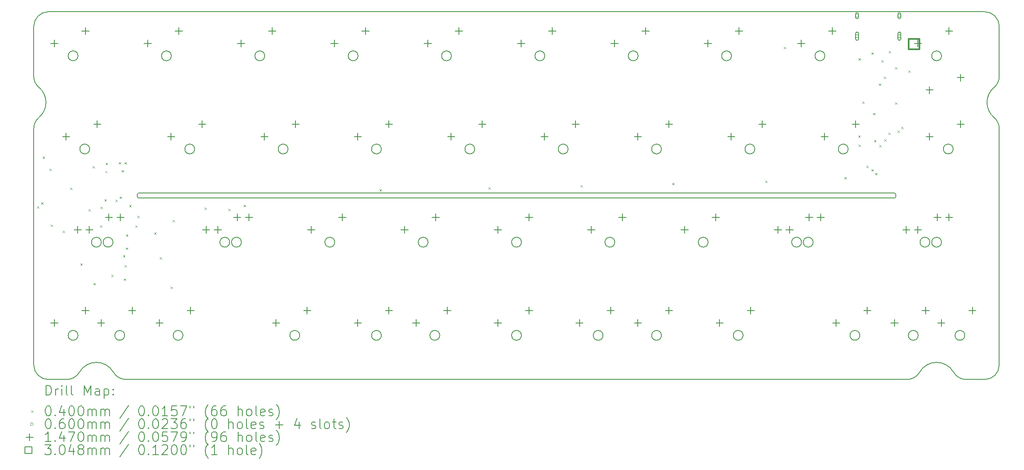
<source format=gbr>
%TF.GenerationSoftware,KiCad,Pcbnew,(6.0.11-0)*%
%TF.CreationDate,2023-07-30T15:38:39+09:00*%
%TF.ProjectId,Tiny Dimply Qazy,54696e79-2044-4696-9d70-6c792051617a,rev?*%
%TF.SameCoordinates,Original*%
%TF.FileFunction,Drillmap*%
%TF.FilePolarity,Positive*%
%FSLAX45Y45*%
G04 Gerber Fmt 4.5, Leading zero omitted, Abs format (unit mm)*
G04 Created by KiCad (PCBNEW (6.0.11-0)) date 2023-07-30 15:38:39*
%MOMM*%
%LPD*%
G01*
G04 APERTURE LIST*
%ADD10C,0.200000*%
%ADD11C,0.040000*%
%ADD12C,0.060000*%
%ADD13C,0.147000*%
%ADD14C,0.304800*%
G04 APERTURE END LIST*
D10*
X8116875Y-10319100D02*
G75*
G03*
X8116875Y-10319100I-100000J0D01*
G01*
X6260937Y-9316597D02*
G75*
G03*
X6230937Y-9346600I3J-30003D01*
G01*
X4418750Y-13126600D02*
X4791282Y-13126600D01*
X12403125Y-12224100D02*
G75*
G03*
X12403125Y-12224100I-100000J0D01*
G01*
X8355000Y-10319100D02*
G75*
G03*
X8355000Y-10319100I-100000J0D01*
G01*
X5743910Y-12976600D02*
G75*
G03*
X5051090Y-12976600I-346410J-200000D01*
G01*
X13117500Y-8414100D02*
G75*
G03*
X13117500Y-8414100I-100000J0D01*
G01*
X19785000Y-10319100D02*
G75*
G03*
X19785000Y-10319100I-100000J0D01*
G01*
X22888912Y-12976599D02*
G75*
G03*
X23148718Y-13126600I259808J149999D01*
G01*
X23821250Y-5906600D02*
G75*
G03*
X23521250Y-5606600I-300000J0D01*
G01*
X8831250Y-6509100D02*
G75*
G03*
X8831250Y-6509100I-100000J0D01*
G01*
X5021250Y-6509100D02*
G75*
G03*
X5021250Y-6509100I-100000J0D01*
G01*
X23148718Y-13126600D02*
X23521250Y-13126600D01*
X16927500Y-8414100D02*
G75*
G03*
X16927500Y-8414100I-100000J0D01*
G01*
X11212500Y-8414100D02*
G75*
G03*
X11212500Y-8414100I-100000J0D01*
G01*
X23521250Y-13126600D02*
G75*
G03*
X23821250Y-12826600I0J300000D01*
G01*
X4225893Y-7767994D02*
G75*
G03*
X4225893Y-7155206I-257143J306394D01*
G01*
X21709062Y-9386600D02*
X21709062Y-9346600D01*
X22642500Y-10319100D02*
G75*
G03*
X22642500Y-10319100I-100000J0D01*
G01*
X4118750Y-6925410D02*
G75*
G03*
X4225893Y-7155206I300000J0D01*
G01*
X22642500Y-6509100D02*
G75*
G03*
X22642500Y-6509100I-100000J0D01*
G01*
X16927500Y-12224100D02*
G75*
G03*
X16927500Y-12224100I-100000J0D01*
G01*
X4225893Y-7767994D02*
G75*
G03*
X4118750Y-7997790I192857J-229796D01*
G01*
X4118750Y-5906600D02*
X4118750Y-6925410D01*
X22166250Y-12224100D02*
G75*
G03*
X22166250Y-12224100I-100000J0D01*
G01*
X12641250Y-6509100D02*
G75*
G03*
X12641250Y-6509100I-100000J0D01*
G01*
X18832500Y-8414100D02*
G75*
G03*
X18832500Y-8414100I-100000J0D01*
G01*
X22404375Y-10319100D02*
G75*
G03*
X22404375Y-10319100I-100000J0D01*
G01*
X4791282Y-13126602D02*
G75*
G03*
X5051090Y-12976600I-2J300002D01*
G01*
X11212500Y-12224100D02*
G75*
G03*
X11212500Y-12224100I-100000J0D01*
G01*
X15736875Y-12224100D02*
G75*
G03*
X15736875Y-12224100I-100000J0D01*
G01*
X23821250Y-12826600D02*
X23821250Y-7997790D01*
X22888910Y-12976600D02*
G75*
G03*
X22196090Y-12976600I-346410J-200000D01*
G01*
X5743912Y-12976599D02*
G75*
G03*
X6003717Y-13126600I259808J149999D01*
G01*
X6260937Y-9416600D02*
X21679062Y-9416600D01*
X20737500Y-8414100D02*
G75*
G03*
X20737500Y-8414100I-100000J0D01*
G01*
X20023125Y-10319100D02*
G75*
G03*
X20023125Y-10319100I-100000J0D01*
G01*
X12165000Y-10319100D02*
G75*
G03*
X12165000Y-10319100I-100000J0D01*
G01*
X5497500Y-10319100D02*
G75*
G03*
X5497500Y-10319100I-100000J0D01*
G01*
X4418750Y-5606600D02*
G75*
G03*
X4118750Y-5906600I0J-300000D01*
G01*
X21709060Y-9346600D02*
G75*
G03*
X21679062Y-9316600I-30000J0D01*
G01*
X16451250Y-6509100D02*
G75*
G03*
X16451250Y-6509100I-100000J0D01*
G01*
X7164375Y-12224100D02*
G75*
G03*
X7164375Y-12224100I-100000J0D01*
G01*
X18594375Y-12224100D02*
G75*
G03*
X18594375Y-12224100I-100000J0D01*
G01*
X14546250Y-6509100D02*
G75*
G03*
X14546250Y-6509100I-100000J0D01*
G01*
X23714107Y-7155206D02*
G75*
G03*
X23821250Y-6925410I-192857J229796D01*
G01*
X6003717Y-13126600D02*
X21936283Y-13126600D01*
X5021250Y-12224100D02*
G75*
G03*
X5021250Y-12224100I-100000J0D01*
G01*
X9307500Y-8414100D02*
G75*
G03*
X9307500Y-8414100I-100000J0D01*
G01*
X23118750Y-12224100D02*
G75*
G03*
X23118750Y-12224100I-100000J0D01*
G01*
X14070000Y-10319100D02*
G75*
G03*
X14070000Y-10319100I-100000J0D01*
G01*
X17880000Y-10319100D02*
G75*
G03*
X17880000Y-10319100I-100000J0D01*
G01*
X20975625Y-12224100D02*
G75*
G03*
X20975625Y-12224100I-100000J0D01*
G01*
X6230937Y-9346600D02*
X6230937Y-9386600D01*
X18356250Y-6509100D02*
G75*
G03*
X18356250Y-6509100I-100000J0D01*
G01*
X23821250Y-7997790D02*
G75*
G03*
X23714107Y-7767994I-300000J0D01*
G01*
X10736250Y-6509100D02*
G75*
G03*
X10736250Y-6509100I-100000J0D01*
G01*
X5973750Y-12224100D02*
G75*
G03*
X5973750Y-12224100I-100000J0D01*
G01*
X4118750Y-12826600D02*
G75*
G03*
X4418750Y-13126600I300000J0D01*
G01*
X10260000Y-10319100D02*
G75*
G03*
X10260000Y-10319100I-100000J0D01*
G01*
X23521250Y-5606600D02*
X4418750Y-5606600D01*
X23821250Y-6925410D02*
X23821250Y-5906600D01*
X15022500Y-8414100D02*
G75*
G03*
X15022500Y-8414100I-100000J0D01*
G01*
X15975000Y-10319100D02*
G75*
G03*
X15975000Y-10319100I-100000J0D01*
G01*
X9545625Y-12224100D02*
G75*
G03*
X9545625Y-12224100I-100000J0D01*
G01*
X6230940Y-9386600D02*
G75*
G03*
X6260937Y-9416600I30000J0D01*
G01*
X5735625Y-10319100D02*
G75*
G03*
X5735625Y-10319100I-100000J0D01*
G01*
X20261250Y-6509100D02*
G75*
G03*
X20261250Y-6509100I-100000J0D01*
G01*
X5259375Y-8414100D02*
G75*
G03*
X5259375Y-8414100I-100000J0D01*
G01*
X21679062Y-9416602D02*
G75*
G03*
X21709062Y-9386600I-2J30002D01*
G01*
X14070000Y-12224100D02*
G75*
G03*
X14070000Y-12224100I-100000J0D01*
G01*
X4118750Y-7997790D02*
X4118750Y-12826600D01*
X7402500Y-8414100D02*
G75*
G03*
X7402500Y-8414100I-100000J0D01*
G01*
X21679062Y-9316600D02*
X6260937Y-9316600D01*
X22880625Y-8414100D02*
G75*
G03*
X22880625Y-8414100I-100000J0D01*
G01*
X6926250Y-6509100D02*
G75*
G03*
X6926250Y-6509100I-100000J0D01*
G01*
X21936283Y-13126602D02*
G75*
G03*
X22196090Y-12976600I-3J300002D01*
G01*
X23714107Y-7155206D02*
G75*
G03*
X23714107Y-7767994I257143J-306394D01*
G01*
D11*
X4184000Y-9583600D02*
X4224000Y-9623600D01*
X4224000Y-9583600D02*
X4184000Y-9623600D01*
X4272000Y-9504000D02*
X4312000Y-9544000D01*
X4312000Y-9504000D02*
X4272000Y-9544000D01*
X4300176Y-8567019D02*
X4340176Y-8607019D01*
X4340176Y-8567019D02*
X4300176Y-8607019D01*
X4441000Y-8813600D02*
X4481000Y-8853600D01*
X4481000Y-8813600D02*
X4441000Y-8853600D01*
X4466000Y-9959222D02*
X4506000Y-9999222D01*
X4506000Y-9959222D02*
X4466000Y-9999222D01*
X4707000Y-10081600D02*
X4747000Y-10121600D01*
X4747000Y-10081600D02*
X4707000Y-10121600D01*
X4859500Y-9203500D02*
X4899500Y-9243500D01*
X4899500Y-9203500D02*
X4859500Y-9243500D01*
X5070000Y-10754000D02*
X5110000Y-10794000D01*
X5110000Y-10754000D02*
X5070000Y-10794000D01*
X5233000Y-9642000D02*
X5273000Y-9682000D01*
X5273000Y-9642000D02*
X5233000Y-9682000D01*
X5320925Y-8761000D02*
X5360925Y-8801000D01*
X5360925Y-8761000D02*
X5320925Y-8801000D01*
X5339000Y-11155600D02*
X5379000Y-11195600D01*
X5379000Y-11155600D02*
X5339000Y-11195600D01*
X5471000Y-9972300D02*
X5511000Y-10012300D01*
X5511000Y-9972300D02*
X5471000Y-10012300D01*
X5481000Y-9595600D02*
X5521000Y-9635600D01*
X5521000Y-9595600D02*
X5481000Y-9635600D01*
X5561550Y-9439212D02*
X5601550Y-9479212D01*
X5601550Y-9439212D02*
X5561550Y-9479212D01*
X5578000Y-8861000D02*
X5618000Y-8901000D01*
X5618000Y-8861000D02*
X5578000Y-8901000D01*
X5586792Y-8695000D02*
X5626791Y-8735000D01*
X5626791Y-8695000D02*
X5586792Y-8735000D01*
X5703000Y-10985000D02*
X5743000Y-11025000D01*
X5743000Y-10985000D02*
X5703000Y-11025000D01*
X5788000Y-9447000D02*
X5828000Y-9487000D01*
X5828000Y-9447000D02*
X5788000Y-9487000D01*
X5855000Y-8684450D02*
X5895000Y-8724450D01*
X5895000Y-8684450D02*
X5855000Y-8724450D01*
X5866896Y-9385637D02*
X5906896Y-9425637D01*
X5906896Y-9385637D02*
X5866896Y-9425637D01*
X5911000Y-8843502D02*
X5951000Y-8883502D01*
X5951000Y-8843502D02*
X5911000Y-8883502D01*
X5942075Y-10586550D02*
X5982075Y-10626550D01*
X5982075Y-10586550D02*
X5942075Y-10626550D01*
X5956000Y-11062000D02*
X5996000Y-11102000D01*
X5996000Y-11062000D02*
X5956000Y-11102000D01*
X5970638Y-8684450D02*
X6010638Y-8724450D01*
X6010638Y-8684450D02*
X5970638Y-8724450D01*
X5974000Y-10786000D02*
X6014000Y-10826000D01*
X6014000Y-10786000D02*
X5974000Y-10826000D01*
X6000000Y-10427150D02*
X6040000Y-10467150D01*
X6040000Y-10427150D02*
X6000000Y-10467150D01*
X6001000Y-10161600D02*
X6041000Y-10201600D01*
X6041000Y-10161600D02*
X6001000Y-10201600D01*
X6069000Y-9560600D02*
X6109000Y-9600600D01*
X6109000Y-9560600D02*
X6069000Y-9600600D01*
X6189300Y-9972300D02*
X6229300Y-10012300D01*
X6229300Y-9972300D02*
X6189300Y-10012300D01*
X6235000Y-9781600D02*
X6275000Y-9821600D01*
X6275000Y-9781600D02*
X6235000Y-9821600D01*
X6576600Y-10117200D02*
X6616600Y-10157200D01*
X6616600Y-10117200D02*
X6576600Y-10157200D01*
X6693000Y-10626000D02*
X6733000Y-10666000D01*
X6733000Y-10626000D02*
X6693000Y-10666000D01*
X6909000Y-11227000D02*
X6949000Y-11267000D01*
X6949000Y-11227000D02*
X6909000Y-11267000D01*
X6952000Y-9863600D02*
X6992000Y-9903600D01*
X6992000Y-9863600D02*
X6952000Y-9903600D01*
X7605000Y-9607600D02*
X7645000Y-9647600D01*
X7645000Y-9607600D02*
X7605000Y-9647600D01*
X8086000Y-9635000D02*
X8126000Y-9675000D01*
X8126000Y-9635000D02*
X8086000Y-9675000D01*
X8404000Y-9556402D02*
X8444000Y-9596402D01*
X8444000Y-9556402D02*
X8404000Y-9596402D01*
X11175000Y-9240660D02*
X11215000Y-9280660D01*
X11215000Y-9240660D02*
X11175000Y-9280660D01*
X13394000Y-9195708D02*
X13434000Y-9235708D01*
X13434000Y-9195708D02*
X13394000Y-9235708D01*
X15275000Y-9150756D02*
X15315000Y-9190756D01*
X15315000Y-9150756D02*
X15275000Y-9190756D01*
X17150250Y-9105804D02*
X17190250Y-9145804D01*
X17190250Y-9105804D02*
X17150250Y-9145804D01*
X19043000Y-9060852D02*
X19083000Y-9100852D01*
X19083000Y-9060852D02*
X19043000Y-9100852D01*
X19423000Y-6326600D02*
X19463000Y-6366600D01*
X19463000Y-6326600D02*
X19423000Y-6366600D01*
X20661701Y-8988402D02*
X20701701Y-9028402D01*
X20701701Y-8988402D02*
X20661701Y-9028402D01*
X20943950Y-8136000D02*
X20983950Y-8176000D01*
X20983950Y-8136000D02*
X20943950Y-8176000D01*
X20947500Y-6557500D02*
X20987500Y-6597500D01*
X20987500Y-6557500D02*
X20947500Y-6597500D01*
X20948000Y-8324000D02*
X20988000Y-8364000D01*
X20988000Y-8324000D02*
X20948000Y-8364000D01*
X21025000Y-7442500D02*
X21065000Y-7482500D01*
X21065000Y-7442500D02*
X21025000Y-7482500D01*
X21110000Y-8756650D02*
X21150000Y-8796650D01*
X21150000Y-8756650D02*
X21110000Y-8796650D01*
X21210000Y-6440000D02*
X21250000Y-6480000D01*
X21250000Y-6440000D02*
X21210000Y-6480000D01*
X21210000Y-8826600D02*
X21250000Y-8866600D01*
X21250000Y-8826600D02*
X21210000Y-8866600D01*
X21245000Y-7675000D02*
X21285000Y-7715000D01*
X21285000Y-7675000D02*
X21245000Y-7715000D01*
X21267000Y-8231000D02*
X21307000Y-8271000D01*
X21307000Y-8231000D02*
X21267000Y-8271000D01*
X21290600Y-8903500D02*
X21330600Y-8943500D01*
X21330600Y-8903500D02*
X21290600Y-8943500D01*
X21365000Y-7073600D02*
X21405000Y-7113600D01*
X21405000Y-7073600D02*
X21365000Y-7113600D01*
X21373000Y-8334000D02*
X21413000Y-8374000D01*
X21413000Y-8334000D02*
X21373000Y-8374000D01*
X21412128Y-6595372D02*
X21452128Y-6635372D01*
X21452128Y-6595372D02*
X21412128Y-6635372D01*
X21462500Y-6933700D02*
X21502500Y-6973700D01*
X21502500Y-6933700D02*
X21462500Y-6973700D01*
X21475000Y-8215000D02*
X21515000Y-8255000D01*
X21515000Y-8215000D02*
X21475000Y-8255000D01*
X21561000Y-8078600D02*
X21601000Y-8118600D01*
X21601000Y-8078600D02*
X21561000Y-8118600D01*
X21570000Y-6409375D02*
X21610000Y-6449375D01*
X21610000Y-6409375D02*
X21570000Y-6449375D01*
X21692000Y-7459000D02*
X21732000Y-7499000D01*
X21732000Y-7459000D02*
X21692000Y-7499000D01*
X21692500Y-6740000D02*
X21732500Y-6780000D01*
X21732500Y-6740000D02*
X21692500Y-6780000D01*
X21745877Y-8036123D02*
X21785877Y-8076123D01*
X21785877Y-8036123D02*
X21745877Y-8076123D01*
X21820123Y-7961877D02*
X21860123Y-8001877D01*
X21860123Y-7961877D02*
X21820123Y-8001877D01*
X21966875Y-6806250D02*
X22006875Y-6846250D01*
X22006875Y-6806250D02*
X21966875Y-6846250D01*
D12*
X20949875Y-5689375D02*
G75*
G03*
X20949875Y-5689375I-30000J0D01*
G01*
D10*
X20889875Y-5659375D02*
X20889875Y-5719375D01*
X20949875Y-5659375D02*
X20949875Y-5719375D01*
X20889875Y-5719375D02*
G75*
G03*
X20949875Y-5719375I30000J0D01*
G01*
X20949875Y-5659375D02*
G75*
G03*
X20889875Y-5659375I-30000J0D01*
G01*
D12*
X20949875Y-6107375D02*
G75*
G03*
X20949875Y-6107375I-30000J0D01*
G01*
D10*
X20889875Y-6052375D02*
X20889875Y-6162375D01*
X20949875Y-6052375D02*
X20949875Y-6162375D01*
X20889875Y-6162375D02*
G75*
G03*
X20949875Y-6162375I30000J0D01*
G01*
X20949875Y-6052375D02*
G75*
G03*
X20889875Y-6052375I-30000J0D01*
G01*
D12*
X21813875Y-5689375D02*
G75*
G03*
X21813875Y-5689375I-30000J0D01*
G01*
D10*
X21753875Y-5659375D02*
X21753875Y-5719375D01*
X21813875Y-5659375D02*
X21813875Y-5719375D01*
X21753875Y-5719375D02*
G75*
G03*
X21813875Y-5719375I30000J0D01*
G01*
X21813875Y-5659375D02*
G75*
G03*
X21753875Y-5659375I-30000J0D01*
G01*
D12*
X21813875Y-6107375D02*
G75*
G03*
X21813875Y-6107375I-30000J0D01*
G01*
D10*
X21753875Y-6052375D02*
X21753875Y-6162375D01*
X21813875Y-6052375D02*
X21813875Y-6162375D01*
X21753875Y-6162375D02*
G75*
G03*
X21813875Y-6162375I30000J0D01*
G01*
X21813875Y-6052375D02*
G75*
G03*
X21753875Y-6052375I-30000J0D01*
G01*
D13*
X4540250Y-6181250D02*
X4540250Y-6328250D01*
X4466750Y-6254750D02*
X4613750Y-6254750D01*
X4540250Y-11896250D02*
X4540250Y-12043250D01*
X4466750Y-11969750D02*
X4613750Y-11969750D01*
X4778375Y-8086250D02*
X4778375Y-8233250D01*
X4704875Y-8159750D02*
X4851875Y-8159750D01*
X5016500Y-9991250D02*
X5016500Y-10138250D01*
X4943000Y-10064750D02*
X5090000Y-10064750D01*
X5175250Y-5927250D02*
X5175250Y-6074250D01*
X5101750Y-6000750D02*
X5248750Y-6000750D01*
X5175250Y-11642250D02*
X5175250Y-11789250D01*
X5101750Y-11715750D02*
X5248750Y-11715750D01*
X5254625Y-9991250D02*
X5254625Y-10138250D01*
X5181125Y-10064750D02*
X5328125Y-10064750D01*
X5413375Y-7832250D02*
X5413375Y-7979250D01*
X5339875Y-7905750D02*
X5486875Y-7905750D01*
X5492750Y-11896250D02*
X5492750Y-12043250D01*
X5419250Y-11969750D02*
X5566250Y-11969750D01*
X5651500Y-9737250D02*
X5651500Y-9884250D01*
X5578000Y-9810750D02*
X5725000Y-9810750D01*
X5889625Y-9737250D02*
X5889625Y-9884250D01*
X5816125Y-9810750D02*
X5963125Y-9810750D01*
X6127750Y-11642250D02*
X6127750Y-11789250D01*
X6054250Y-11715750D02*
X6201250Y-11715750D01*
X6445250Y-6181250D02*
X6445250Y-6328250D01*
X6371750Y-6254750D02*
X6518750Y-6254750D01*
X6683375Y-11896250D02*
X6683375Y-12043250D01*
X6609875Y-11969750D02*
X6756875Y-11969750D01*
X6921500Y-8086250D02*
X6921500Y-8233250D01*
X6848000Y-8159750D02*
X6995000Y-8159750D01*
X7080250Y-5927250D02*
X7080250Y-6074250D01*
X7006750Y-6000750D02*
X7153750Y-6000750D01*
X7318375Y-11642250D02*
X7318375Y-11789250D01*
X7244875Y-11715750D02*
X7391875Y-11715750D01*
X7556500Y-7832250D02*
X7556500Y-7979250D01*
X7483000Y-7905750D02*
X7630000Y-7905750D01*
X7635875Y-9991250D02*
X7635875Y-10138250D01*
X7562375Y-10064750D02*
X7709375Y-10064750D01*
X7874000Y-9991250D02*
X7874000Y-10138250D01*
X7800500Y-10064750D02*
X7947500Y-10064750D01*
X8270875Y-9737250D02*
X8270875Y-9884250D01*
X8197375Y-9810750D02*
X8344375Y-9810750D01*
X8350250Y-6181250D02*
X8350250Y-6328250D01*
X8276750Y-6254750D02*
X8423750Y-6254750D01*
X8509000Y-9737250D02*
X8509000Y-9884250D01*
X8435500Y-9810750D02*
X8582500Y-9810750D01*
X8826500Y-8086250D02*
X8826500Y-8233250D01*
X8753000Y-8159750D02*
X8900000Y-8159750D01*
X8985250Y-5927250D02*
X8985250Y-6074250D01*
X8911750Y-6000750D02*
X9058750Y-6000750D01*
X9064625Y-11896250D02*
X9064625Y-12043250D01*
X8991125Y-11969750D02*
X9138125Y-11969750D01*
X9461500Y-7832250D02*
X9461500Y-7979250D01*
X9388000Y-7905750D02*
X9535000Y-7905750D01*
X9699625Y-11642250D02*
X9699625Y-11789250D01*
X9626125Y-11715750D02*
X9773125Y-11715750D01*
X9779000Y-9991250D02*
X9779000Y-10138250D01*
X9705500Y-10064750D02*
X9852500Y-10064750D01*
X10255250Y-6181250D02*
X10255250Y-6328250D01*
X10181750Y-6254750D02*
X10328750Y-6254750D01*
X10414000Y-9737250D02*
X10414000Y-9884250D01*
X10340500Y-9810750D02*
X10487500Y-9810750D01*
X10731500Y-8086250D02*
X10731500Y-8233250D01*
X10658000Y-8159750D02*
X10805000Y-8159750D01*
X10731500Y-11896250D02*
X10731500Y-12043250D01*
X10658000Y-11969750D02*
X10805000Y-11969750D01*
X10890250Y-5927250D02*
X10890250Y-6074250D01*
X10816750Y-6000750D02*
X10963750Y-6000750D01*
X11366500Y-7832250D02*
X11366500Y-7979250D01*
X11293000Y-7905750D02*
X11440000Y-7905750D01*
X11366500Y-11642250D02*
X11366500Y-11789250D01*
X11293000Y-11715750D02*
X11440000Y-11715750D01*
X11684000Y-9991250D02*
X11684000Y-10138250D01*
X11610500Y-10064750D02*
X11757500Y-10064750D01*
X11922125Y-11896250D02*
X11922125Y-12043250D01*
X11848625Y-11969750D02*
X11995625Y-11969750D01*
X12160250Y-6181250D02*
X12160250Y-6328250D01*
X12086750Y-6254750D02*
X12233750Y-6254750D01*
X12319000Y-9737250D02*
X12319000Y-9884250D01*
X12245500Y-9810750D02*
X12392500Y-9810750D01*
X12557125Y-11642250D02*
X12557125Y-11789250D01*
X12483625Y-11715750D02*
X12630625Y-11715750D01*
X12636500Y-8086250D02*
X12636500Y-8233250D01*
X12563000Y-8159750D02*
X12710000Y-8159750D01*
X12795250Y-5927250D02*
X12795250Y-6074250D01*
X12721750Y-6000750D02*
X12868750Y-6000750D01*
X13271500Y-7832250D02*
X13271500Y-7979250D01*
X13198000Y-7905750D02*
X13345000Y-7905750D01*
X13589000Y-9991250D02*
X13589000Y-10138250D01*
X13515500Y-10064750D02*
X13662500Y-10064750D01*
X13589000Y-11896250D02*
X13589000Y-12043250D01*
X13515500Y-11969750D02*
X13662500Y-11969750D01*
X13589000Y-11896250D02*
X13589000Y-12043250D01*
X13515500Y-11969750D02*
X13662500Y-11969750D01*
X14065250Y-6181250D02*
X14065250Y-6328250D01*
X13991750Y-6254750D02*
X14138750Y-6254750D01*
X14224000Y-9737250D02*
X14224000Y-9884250D01*
X14150500Y-9810750D02*
X14297500Y-9810750D01*
X14224000Y-11642250D02*
X14224000Y-11789250D01*
X14150500Y-11715750D02*
X14297500Y-11715750D01*
X14224000Y-11642250D02*
X14224000Y-11789250D01*
X14150500Y-11715750D02*
X14297500Y-11715750D01*
X14541500Y-8086250D02*
X14541500Y-8233250D01*
X14468000Y-8159750D02*
X14615000Y-8159750D01*
X14700250Y-5927250D02*
X14700250Y-6074250D01*
X14626750Y-6000750D02*
X14773750Y-6000750D01*
X15176500Y-7832250D02*
X15176500Y-7979250D01*
X15103000Y-7905750D02*
X15250000Y-7905750D01*
X15255875Y-11896250D02*
X15255875Y-12043250D01*
X15182375Y-11969750D02*
X15329375Y-11969750D01*
X15494000Y-9991250D02*
X15494000Y-10138250D01*
X15420500Y-10064750D02*
X15567500Y-10064750D01*
X15890875Y-11642250D02*
X15890875Y-11789250D01*
X15817375Y-11715750D02*
X15964375Y-11715750D01*
X15970250Y-6181250D02*
X15970250Y-6328250D01*
X15896750Y-6254750D02*
X16043750Y-6254750D01*
X16129000Y-9737250D02*
X16129000Y-9884250D01*
X16055500Y-9810750D02*
X16202500Y-9810750D01*
X16446500Y-8086250D02*
X16446500Y-8233250D01*
X16373000Y-8159750D02*
X16520000Y-8159750D01*
X16446500Y-11896250D02*
X16446500Y-12043250D01*
X16373000Y-11969750D02*
X16520000Y-11969750D01*
X16605250Y-5927250D02*
X16605250Y-6074250D01*
X16531750Y-6000750D02*
X16678750Y-6000750D01*
X17081500Y-7832250D02*
X17081500Y-7979250D01*
X17008000Y-7905750D02*
X17155000Y-7905750D01*
X17081500Y-11642250D02*
X17081500Y-11789250D01*
X17008000Y-11715750D02*
X17155000Y-11715750D01*
X17399000Y-9991250D02*
X17399000Y-10138250D01*
X17325500Y-10064750D02*
X17472500Y-10064750D01*
X17875250Y-6181250D02*
X17875250Y-6328250D01*
X17801750Y-6254750D02*
X17948750Y-6254750D01*
X18034000Y-9737250D02*
X18034000Y-9884250D01*
X17960500Y-9810750D02*
X18107500Y-9810750D01*
X18113375Y-11896250D02*
X18113375Y-12043250D01*
X18039875Y-11969750D02*
X18186875Y-11969750D01*
X18351500Y-8086250D02*
X18351500Y-8233250D01*
X18278000Y-8159750D02*
X18425000Y-8159750D01*
X18510250Y-5927250D02*
X18510250Y-6074250D01*
X18436750Y-6000750D02*
X18583750Y-6000750D01*
X18748375Y-11642250D02*
X18748375Y-11789250D01*
X18674875Y-11715750D02*
X18821875Y-11715750D01*
X18986500Y-7832250D02*
X18986500Y-7979250D01*
X18913000Y-7905750D02*
X19060000Y-7905750D01*
X19304000Y-9991250D02*
X19304000Y-10138250D01*
X19230500Y-10064750D02*
X19377500Y-10064750D01*
X19542125Y-9991250D02*
X19542125Y-10138250D01*
X19468625Y-10064750D02*
X19615625Y-10064750D01*
X19780250Y-6181250D02*
X19780250Y-6328250D01*
X19706750Y-6254750D02*
X19853750Y-6254750D01*
X19939000Y-9737250D02*
X19939000Y-9884250D01*
X19865500Y-9810750D02*
X20012500Y-9810750D01*
X20177125Y-9737250D02*
X20177125Y-9884250D01*
X20103625Y-9810750D02*
X20250625Y-9810750D01*
X20256500Y-8086250D02*
X20256500Y-8233250D01*
X20183000Y-8159750D02*
X20330000Y-8159750D01*
X20415250Y-5927250D02*
X20415250Y-6074250D01*
X20341750Y-6000750D02*
X20488750Y-6000750D01*
X20494625Y-11896250D02*
X20494625Y-12043250D01*
X20421125Y-11969750D02*
X20568125Y-11969750D01*
X20891500Y-7832250D02*
X20891500Y-7979250D01*
X20818000Y-7905750D02*
X20965000Y-7905750D01*
X21129625Y-11642250D02*
X21129625Y-11789250D01*
X21056125Y-11715750D02*
X21203125Y-11715750D01*
X21685250Y-11896250D02*
X21685250Y-12043250D01*
X21611750Y-11969750D02*
X21758750Y-11969750D01*
X21923375Y-9991250D02*
X21923375Y-10138250D01*
X21849875Y-10064750D02*
X21996875Y-10064750D01*
X22161500Y-6181250D02*
X22161500Y-6328250D01*
X22088000Y-6254750D02*
X22235000Y-6254750D01*
X22161500Y-9991250D02*
X22161500Y-10138250D01*
X22088000Y-10064750D02*
X22235000Y-10064750D01*
X22320250Y-11642250D02*
X22320250Y-11789250D01*
X22246750Y-11715750D02*
X22393750Y-11715750D01*
X22399625Y-7133750D02*
X22399625Y-7280750D01*
X22326125Y-7207250D02*
X22473125Y-7207250D01*
X22399625Y-8086250D02*
X22399625Y-8233250D01*
X22326125Y-8159750D02*
X22473125Y-8159750D01*
X22558375Y-9737250D02*
X22558375Y-9884250D01*
X22484875Y-9810750D02*
X22631875Y-9810750D01*
X22637750Y-11896250D02*
X22637750Y-12043250D01*
X22564250Y-11969750D02*
X22711250Y-11969750D01*
X22796500Y-5927250D02*
X22796500Y-6074250D01*
X22723000Y-6000750D02*
X22870000Y-6000750D01*
X22796500Y-9737250D02*
X22796500Y-9884250D01*
X22723000Y-9810750D02*
X22870000Y-9810750D01*
X23034625Y-6879750D02*
X23034625Y-7026750D01*
X22961125Y-6953250D02*
X23108125Y-6953250D01*
X23034625Y-7832250D02*
X23034625Y-7979250D01*
X22961125Y-7905750D02*
X23108125Y-7905750D01*
X23272750Y-11642250D02*
X23272750Y-11789250D01*
X23199250Y-11715750D02*
X23346250Y-11715750D01*
D14*
X22189889Y-6375214D02*
X22189889Y-6159686D01*
X21974361Y-6159686D01*
X21974361Y-6375214D01*
X22189889Y-6375214D01*
D10*
X4366369Y-13447076D02*
X4366369Y-13247076D01*
X4413988Y-13247076D01*
X4442560Y-13256600D01*
X4461607Y-13275647D01*
X4471131Y-13294695D01*
X4480655Y-13332790D01*
X4480655Y-13361362D01*
X4471131Y-13399457D01*
X4461607Y-13418505D01*
X4442560Y-13437552D01*
X4413988Y-13447076D01*
X4366369Y-13447076D01*
X4566369Y-13447076D02*
X4566369Y-13313743D01*
X4566369Y-13351838D02*
X4575893Y-13332790D01*
X4585417Y-13323266D01*
X4604465Y-13313743D01*
X4623512Y-13313743D01*
X4690179Y-13447076D02*
X4690179Y-13313743D01*
X4690179Y-13247076D02*
X4680655Y-13256600D01*
X4690179Y-13266124D01*
X4699703Y-13256600D01*
X4690179Y-13247076D01*
X4690179Y-13266124D01*
X4813988Y-13447076D02*
X4794941Y-13437552D01*
X4785417Y-13418505D01*
X4785417Y-13247076D01*
X4918750Y-13447076D02*
X4899703Y-13437552D01*
X4890179Y-13418505D01*
X4890179Y-13247076D01*
X5147322Y-13447076D02*
X5147322Y-13247076D01*
X5213988Y-13389933D01*
X5280655Y-13247076D01*
X5280655Y-13447076D01*
X5461607Y-13447076D02*
X5461607Y-13342314D01*
X5452084Y-13323266D01*
X5433036Y-13313743D01*
X5394941Y-13313743D01*
X5375893Y-13323266D01*
X5461607Y-13437552D02*
X5442560Y-13447076D01*
X5394941Y-13447076D01*
X5375893Y-13437552D01*
X5366369Y-13418505D01*
X5366369Y-13399457D01*
X5375893Y-13380409D01*
X5394941Y-13370886D01*
X5442560Y-13370886D01*
X5461607Y-13361362D01*
X5556846Y-13313743D02*
X5556846Y-13513743D01*
X5556846Y-13323266D02*
X5575893Y-13313743D01*
X5613988Y-13313743D01*
X5633036Y-13323266D01*
X5642560Y-13332790D01*
X5652084Y-13351838D01*
X5652084Y-13408981D01*
X5642560Y-13428028D01*
X5633036Y-13437552D01*
X5613988Y-13447076D01*
X5575893Y-13447076D01*
X5556846Y-13437552D01*
X5737798Y-13428028D02*
X5747322Y-13437552D01*
X5737798Y-13447076D01*
X5728274Y-13437552D01*
X5737798Y-13428028D01*
X5737798Y-13447076D01*
X5737798Y-13323266D02*
X5747322Y-13332790D01*
X5737798Y-13342314D01*
X5728274Y-13332790D01*
X5737798Y-13323266D01*
X5737798Y-13342314D01*
D11*
X4068750Y-13756600D02*
X4108750Y-13796600D01*
X4108750Y-13756600D02*
X4068750Y-13796600D01*
D10*
X4404465Y-13667076D02*
X4423512Y-13667076D01*
X4442560Y-13676600D01*
X4452084Y-13686124D01*
X4461607Y-13705171D01*
X4471131Y-13743266D01*
X4471131Y-13790886D01*
X4461607Y-13828981D01*
X4452084Y-13848028D01*
X4442560Y-13857552D01*
X4423512Y-13867076D01*
X4404465Y-13867076D01*
X4385417Y-13857552D01*
X4375893Y-13848028D01*
X4366369Y-13828981D01*
X4356846Y-13790886D01*
X4356846Y-13743266D01*
X4366369Y-13705171D01*
X4375893Y-13686124D01*
X4385417Y-13676600D01*
X4404465Y-13667076D01*
X4556846Y-13848028D02*
X4566369Y-13857552D01*
X4556846Y-13867076D01*
X4547322Y-13857552D01*
X4556846Y-13848028D01*
X4556846Y-13867076D01*
X4737798Y-13733743D02*
X4737798Y-13867076D01*
X4690179Y-13657552D02*
X4642560Y-13800409D01*
X4766369Y-13800409D01*
X4880655Y-13667076D02*
X4899703Y-13667076D01*
X4918750Y-13676600D01*
X4928274Y-13686124D01*
X4937798Y-13705171D01*
X4947322Y-13743266D01*
X4947322Y-13790886D01*
X4937798Y-13828981D01*
X4928274Y-13848028D01*
X4918750Y-13857552D01*
X4899703Y-13867076D01*
X4880655Y-13867076D01*
X4861607Y-13857552D01*
X4852084Y-13848028D01*
X4842560Y-13828981D01*
X4833036Y-13790886D01*
X4833036Y-13743266D01*
X4842560Y-13705171D01*
X4852084Y-13686124D01*
X4861607Y-13676600D01*
X4880655Y-13667076D01*
X5071131Y-13667076D02*
X5090179Y-13667076D01*
X5109226Y-13676600D01*
X5118750Y-13686124D01*
X5128274Y-13705171D01*
X5137798Y-13743266D01*
X5137798Y-13790886D01*
X5128274Y-13828981D01*
X5118750Y-13848028D01*
X5109226Y-13857552D01*
X5090179Y-13867076D01*
X5071131Y-13867076D01*
X5052084Y-13857552D01*
X5042560Y-13848028D01*
X5033036Y-13828981D01*
X5023512Y-13790886D01*
X5023512Y-13743266D01*
X5033036Y-13705171D01*
X5042560Y-13686124D01*
X5052084Y-13676600D01*
X5071131Y-13667076D01*
X5223512Y-13867076D02*
X5223512Y-13733743D01*
X5223512Y-13752790D02*
X5233036Y-13743266D01*
X5252084Y-13733743D01*
X5280655Y-13733743D01*
X5299703Y-13743266D01*
X5309226Y-13762314D01*
X5309226Y-13867076D01*
X5309226Y-13762314D02*
X5318750Y-13743266D01*
X5337798Y-13733743D01*
X5366369Y-13733743D01*
X5385417Y-13743266D01*
X5394941Y-13762314D01*
X5394941Y-13867076D01*
X5490179Y-13867076D02*
X5490179Y-13733743D01*
X5490179Y-13752790D02*
X5499703Y-13743266D01*
X5518750Y-13733743D01*
X5547322Y-13733743D01*
X5566369Y-13743266D01*
X5575893Y-13762314D01*
X5575893Y-13867076D01*
X5575893Y-13762314D02*
X5585417Y-13743266D01*
X5604464Y-13733743D01*
X5633036Y-13733743D01*
X5652084Y-13743266D01*
X5661607Y-13762314D01*
X5661607Y-13867076D01*
X6052084Y-13657552D02*
X5880655Y-13914695D01*
X6309226Y-13667076D02*
X6328274Y-13667076D01*
X6347322Y-13676600D01*
X6356845Y-13686124D01*
X6366369Y-13705171D01*
X6375893Y-13743266D01*
X6375893Y-13790886D01*
X6366369Y-13828981D01*
X6356845Y-13848028D01*
X6347322Y-13857552D01*
X6328274Y-13867076D01*
X6309226Y-13867076D01*
X6290179Y-13857552D01*
X6280655Y-13848028D01*
X6271131Y-13828981D01*
X6261607Y-13790886D01*
X6261607Y-13743266D01*
X6271131Y-13705171D01*
X6280655Y-13686124D01*
X6290179Y-13676600D01*
X6309226Y-13667076D01*
X6461607Y-13848028D02*
X6471131Y-13857552D01*
X6461607Y-13867076D01*
X6452084Y-13857552D01*
X6461607Y-13848028D01*
X6461607Y-13867076D01*
X6594941Y-13667076D02*
X6613988Y-13667076D01*
X6633036Y-13676600D01*
X6642560Y-13686124D01*
X6652084Y-13705171D01*
X6661607Y-13743266D01*
X6661607Y-13790886D01*
X6652084Y-13828981D01*
X6642560Y-13848028D01*
X6633036Y-13857552D01*
X6613988Y-13867076D01*
X6594941Y-13867076D01*
X6575893Y-13857552D01*
X6566369Y-13848028D01*
X6556845Y-13828981D01*
X6547322Y-13790886D01*
X6547322Y-13743266D01*
X6556845Y-13705171D01*
X6566369Y-13686124D01*
X6575893Y-13676600D01*
X6594941Y-13667076D01*
X6852084Y-13867076D02*
X6737798Y-13867076D01*
X6794941Y-13867076D02*
X6794941Y-13667076D01*
X6775893Y-13695647D01*
X6756845Y-13714695D01*
X6737798Y-13724219D01*
X7033036Y-13667076D02*
X6937798Y-13667076D01*
X6928274Y-13762314D01*
X6937798Y-13752790D01*
X6956845Y-13743266D01*
X7004464Y-13743266D01*
X7023512Y-13752790D01*
X7033036Y-13762314D01*
X7042560Y-13781362D01*
X7042560Y-13828981D01*
X7033036Y-13848028D01*
X7023512Y-13857552D01*
X7004464Y-13867076D01*
X6956845Y-13867076D01*
X6937798Y-13857552D01*
X6928274Y-13848028D01*
X7109226Y-13667076D02*
X7242560Y-13667076D01*
X7156845Y-13867076D01*
X7309226Y-13667076D02*
X7309226Y-13705171D01*
X7385417Y-13667076D02*
X7385417Y-13705171D01*
X7680655Y-13943266D02*
X7671131Y-13933743D01*
X7652084Y-13905171D01*
X7642560Y-13886124D01*
X7633036Y-13857552D01*
X7623512Y-13809933D01*
X7623512Y-13771838D01*
X7633036Y-13724219D01*
X7642560Y-13695647D01*
X7652084Y-13676600D01*
X7671131Y-13648028D01*
X7680655Y-13638505D01*
X7842560Y-13667076D02*
X7804464Y-13667076D01*
X7785417Y-13676600D01*
X7775893Y-13686124D01*
X7756845Y-13714695D01*
X7747322Y-13752790D01*
X7747322Y-13828981D01*
X7756845Y-13848028D01*
X7766369Y-13857552D01*
X7785417Y-13867076D01*
X7823512Y-13867076D01*
X7842560Y-13857552D01*
X7852084Y-13848028D01*
X7861607Y-13828981D01*
X7861607Y-13781362D01*
X7852084Y-13762314D01*
X7842560Y-13752790D01*
X7823512Y-13743266D01*
X7785417Y-13743266D01*
X7766369Y-13752790D01*
X7756845Y-13762314D01*
X7747322Y-13781362D01*
X8033036Y-13667076D02*
X7994941Y-13667076D01*
X7975893Y-13676600D01*
X7966369Y-13686124D01*
X7947322Y-13714695D01*
X7937798Y-13752790D01*
X7937798Y-13828981D01*
X7947322Y-13848028D01*
X7956845Y-13857552D01*
X7975893Y-13867076D01*
X8013988Y-13867076D01*
X8033036Y-13857552D01*
X8042560Y-13848028D01*
X8052084Y-13828981D01*
X8052084Y-13781362D01*
X8042560Y-13762314D01*
X8033036Y-13752790D01*
X8013988Y-13743266D01*
X7975893Y-13743266D01*
X7956845Y-13752790D01*
X7947322Y-13762314D01*
X7937798Y-13781362D01*
X8290179Y-13867076D02*
X8290179Y-13667076D01*
X8375893Y-13867076D02*
X8375893Y-13762314D01*
X8366369Y-13743266D01*
X8347322Y-13733743D01*
X8318750Y-13733743D01*
X8299703Y-13743266D01*
X8290179Y-13752790D01*
X8499703Y-13867076D02*
X8480655Y-13857552D01*
X8471131Y-13848028D01*
X8461607Y-13828981D01*
X8461607Y-13771838D01*
X8471131Y-13752790D01*
X8480655Y-13743266D01*
X8499703Y-13733743D01*
X8528274Y-13733743D01*
X8547322Y-13743266D01*
X8556846Y-13752790D01*
X8566369Y-13771838D01*
X8566369Y-13828981D01*
X8556846Y-13848028D01*
X8547322Y-13857552D01*
X8528274Y-13867076D01*
X8499703Y-13867076D01*
X8680655Y-13867076D02*
X8661607Y-13857552D01*
X8652084Y-13838505D01*
X8652084Y-13667076D01*
X8833036Y-13857552D02*
X8813988Y-13867076D01*
X8775893Y-13867076D01*
X8756846Y-13857552D01*
X8747322Y-13838505D01*
X8747322Y-13762314D01*
X8756846Y-13743266D01*
X8775893Y-13733743D01*
X8813988Y-13733743D01*
X8833036Y-13743266D01*
X8842560Y-13762314D01*
X8842560Y-13781362D01*
X8747322Y-13800409D01*
X8918750Y-13857552D02*
X8937798Y-13867076D01*
X8975893Y-13867076D01*
X8994941Y-13857552D01*
X9004465Y-13838505D01*
X9004465Y-13828981D01*
X8994941Y-13809933D01*
X8975893Y-13800409D01*
X8947322Y-13800409D01*
X8928274Y-13790886D01*
X8918750Y-13771838D01*
X8918750Y-13762314D01*
X8928274Y-13743266D01*
X8947322Y-13733743D01*
X8975893Y-13733743D01*
X8994941Y-13743266D01*
X9071131Y-13943266D02*
X9080655Y-13933743D01*
X9099703Y-13905171D01*
X9109226Y-13886124D01*
X9118750Y-13857552D01*
X9128274Y-13809933D01*
X9128274Y-13771838D01*
X9118750Y-13724219D01*
X9109226Y-13695647D01*
X9099703Y-13676600D01*
X9080655Y-13648028D01*
X9071131Y-13638505D01*
D12*
X4108750Y-14040600D02*
G75*
G03*
X4108750Y-14040600I-30000J0D01*
G01*
D10*
X4404465Y-13931076D02*
X4423512Y-13931076D01*
X4442560Y-13940600D01*
X4452084Y-13950124D01*
X4461607Y-13969171D01*
X4471131Y-14007266D01*
X4471131Y-14054886D01*
X4461607Y-14092981D01*
X4452084Y-14112028D01*
X4442560Y-14121552D01*
X4423512Y-14131076D01*
X4404465Y-14131076D01*
X4385417Y-14121552D01*
X4375893Y-14112028D01*
X4366369Y-14092981D01*
X4356846Y-14054886D01*
X4356846Y-14007266D01*
X4366369Y-13969171D01*
X4375893Y-13950124D01*
X4385417Y-13940600D01*
X4404465Y-13931076D01*
X4556846Y-14112028D02*
X4566369Y-14121552D01*
X4556846Y-14131076D01*
X4547322Y-14121552D01*
X4556846Y-14112028D01*
X4556846Y-14131076D01*
X4737798Y-13931076D02*
X4699703Y-13931076D01*
X4680655Y-13940600D01*
X4671131Y-13950124D01*
X4652084Y-13978695D01*
X4642560Y-14016790D01*
X4642560Y-14092981D01*
X4652084Y-14112028D01*
X4661607Y-14121552D01*
X4680655Y-14131076D01*
X4718750Y-14131076D01*
X4737798Y-14121552D01*
X4747322Y-14112028D01*
X4756846Y-14092981D01*
X4756846Y-14045362D01*
X4747322Y-14026314D01*
X4737798Y-14016790D01*
X4718750Y-14007266D01*
X4680655Y-14007266D01*
X4661607Y-14016790D01*
X4652084Y-14026314D01*
X4642560Y-14045362D01*
X4880655Y-13931076D02*
X4899703Y-13931076D01*
X4918750Y-13940600D01*
X4928274Y-13950124D01*
X4937798Y-13969171D01*
X4947322Y-14007266D01*
X4947322Y-14054886D01*
X4937798Y-14092981D01*
X4928274Y-14112028D01*
X4918750Y-14121552D01*
X4899703Y-14131076D01*
X4880655Y-14131076D01*
X4861607Y-14121552D01*
X4852084Y-14112028D01*
X4842560Y-14092981D01*
X4833036Y-14054886D01*
X4833036Y-14007266D01*
X4842560Y-13969171D01*
X4852084Y-13950124D01*
X4861607Y-13940600D01*
X4880655Y-13931076D01*
X5071131Y-13931076D02*
X5090179Y-13931076D01*
X5109226Y-13940600D01*
X5118750Y-13950124D01*
X5128274Y-13969171D01*
X5137798Y-14007266D01*
X5137798Y-14054886D01*
X5128274Y-14092981D01*
X5118750Y-14112028D01*
X5109226Y-14121552D01*
X5090179Y-14131076D01*
X5071131Y-14131076D01*
X5052084Y-14121552D01*
X5042560Y-14112028D01*
X5033036Y-14092981D01*
X5023512Y-14054886D01*
X5023512Y-14007266D01*
X5033036Y-13969171D01*
X5042560Y-13950124D01*
X5052084Y-13940600D01*
X5071131Y-13931076D01*
X5223512Y-14131076D02*
X5223512Y-13997743D01*
X5223512Y-14016790D02*
X5233036Y-14007266D01*
X5252084Y-13997743D01*
X5280655Y-13997743D01*
X5299703Y-14007266D01*
X5309226Y-14026314D01*
X5309226Y-14131076D01*
X5309226Y-14026314D02*
X5318750Y-14007266D01*
X5337798Y-13997743D01*
X5366369Y-13997743D01*
X5385417Y-14007266D01*
X5394941Y-14026314D01*
X5394941Y-14131076D01*
X5490179Y-14131076D02*
X5490179Y-13997743D01*
X5490179Y-14016790D02*
X5499703Y-14007266D01*
X5518750Y-13997743D01*
X5547322Y-13997743D01*
X5566369Y-14007266D01*
X5575893Y-14026314D01*
X5575893Y-14131076D01*
X5575893Y-14026314D02*
X5585417Y-14007266D01*
X5604464Y-13997743D01*
X5633036Y-13997743D01*
X5652084Y-14007266D01*
X5661607Y-14026314D01*
X5661607Y-14131076D01*
X6052084Y-13921552D02*
X5880655Y-14178695D01*
X6309226Y-13931076D02*
X6328274Y-13931076D01*
X6347322Y-13940600D01*
X6356845Y-13950124D01*
X6366369Y-13969171D01*
X6375893Y-14007266D01*
X6375893Y-14054886D01*
X6366369Y-14092981D01*
X6356845Y-14112028D01*
X6347322Y-14121552D01*
X6328274Y-14131076D01*
X6309226Y-14131076D01*
X6290179Y-14121552D01*
X6280655Y-14112028D01*
X6271131Y-14092981D01*
X6261607Y-14054886D01*
X6261607Y-14007266D01*
X6271131Y-13969171D01*
X6280655Y-13950124D01*
X6290179Y-13940600D01*
X6309226Y-13931076D01*
X6461607Y-14112028D02*
X6471131Y-14121552D01*
X6461607Y-14131076D01*
X6452084Y-14121552D01*
X6461607Y-14112028D01*
X6461607Y-14131076D01*
X6594941Y-13931076D02*
X6613988Y-13931076D01*
X6633036Y-13940600D01*
X6642560Y-13950124D01*
X6652084Y-13969171D01*
X6661607Y-14007266D01*
X6661607Y-14054886D01*
X6652084Y-14092981D01*
X6642560Y-14112028D01*
X6633036Y-14121552D01*
X6613988Y-14131076D01*
X6594941Y-14131076D01*
X6575893Y-14121552D01*
X6566369Y-14112028D01*
X6556845Y-14092981D01*
X6547322Y-14054886D01*
X6547322Y-14007266D01*
X6556845Y-13969171D01*
X6566369Y-13950124D01*
X6575893Y-13940600D01*
X6594941Y-13931076D01*
X6737798Y-13950124D02*
X6747322Y-13940600D01*
X6766369Y-13931076D01*
X6813988Y-13931076D01*
X6833036Y-13940600D01*
X6842560Y-13950124D01*
X6852084Y-13969171D01*
X6852084Y-13988219D01*
X6842560Y-14016790D01*
X6728274Y-14131076D01*
X6852084Y-14131076D01*
X6918750Y-13931076D02*
X7042560Y-13931076D01*
X6975893Y-14007266D01*
X7004464Y-14007266D01*
X7023512Y-14016790D01*
X7033036Y-14026314D01*
X7042560Y-14045362D01*
X7042560Y-14092981D01*
X7033036Y-14112028D01*
X7023512Y-14121552D01*
X7004464Y-14131076D01*
X6947322Y-14131076D01*
X6928274Y-14121552D01*
X6918750Y-14112028D01*
X7213988Y-13931076D02*
X7175893Y-13931076D01*
X7156845Y-13940600D01*
X7147322Y-13950124D01*
X7128274Y-13978695D01*
X7118750Y-14016790D01*
X7118750Y-14092981D01*
X7128274Y-14112028D01*
X7137798Y-14121552D01*
X7156845Y-14131076D01*
X7194941Y-14131076D01*
X7213988Y-14121552D01*
X7223512Y-14112028D01*
X7233036Y-14092981D01*
X7233036Y-14045362D01*
X7223512Y-14026314D01*
X7213988Y-14016790D01*
X7194941Y-14007266D01*
X7156845Y-14007266D01*
X7137798Y-14016790D01*
X7128274Y-14026314D01*
X7118750Y-14045362D01*
X7309226Y-13931076D02*
X7309226Y-13969171D01*
X7385417Y-13931076D02*
X7385417Y-13969171D01*
X7680655Y-14207266D02*
X7671131Y-14197743D01*
X7652084Y-14169171D01*
X7642560Y-14150124D01*
X7633036Y-14121552D01*
X7623512Y-14073933D01*
X7623512Y-14035838D01*
X7633036Y-13988219D01*
X7642560Y-13959647D01*
X7652084Y-13940600D01*
X7671131Y-13912028D01*
X7680655Y-13902505D01*
X7794941Y-13931076D02*
X7813988Y-13931076D01*
X7833036Y-13940600D01*
X7842560Y-13950124D01*
X7852084Y-13969171D01*
X7861607Y-14007266D01*
X7861607Y-14054886D01*
X7852084Y-14092981D01*
X7842560Y-14112028D01*
X7833036Y-14121552D01*
X7813988Y-14131076D01*
X7794941Y-14131076D01*
X7775893Y-14121552D01*
X7766369Y-14112028D01*
X7756845Y-14092981D01*
X7747322Y-14054886D01*
X7747322Y-14007266D01*
X7756845Y-13969171D01*
X7766369Y-13950124D01*
X7775893Y-13940600D01*
X7794941Y-13931076D01*
X8099703Y-14131076D02*
X8099703Y-13931076D01*
X8185417Y-14131076D02*
X8185417Y-14026314D01*
X8175893Y-14007266D01*
X8156845Y-13997743D01*
X8128274Y-13997743D01*
X8109226Y-14007266D01*
X8099703Y-14016790D01*
X8309226Y-14131076D02*
X8290179Y-14121552D01*
X8280655Y-14112028D01*
X8271131Y-14092981D01*
X8271131Y-14035838D01*
X8280655Y-14016790D01*
X8290179Y-14007266D01*
X8309226Y-13997743D01*
X8337798Y-13997743D01*
X8356845Y-14007266D01*
X8366369Y-14016790D01*
X8375893Y-14035838D01*
X8375893Y-14092981D01*
X8366369Y-14112028D01*
X8356845Y-14121552D01*
X8337798Y-14131076D01*
X8309226Y-14131076D01*
X8490179Y-14131076D02*
X8471131Y-14121552D01*
X8461607Y-14102505D01*
X8461607Y-13931076D01*
X8642560Y-14121552D02*
X8623512Y-14131076D01*
X8585417Y-14131076D01*
X8566369Y-14121552D01*
X8556846Y-14102505D01*
X8556846Y-14026314D01*
X8566369Y-14007266D01*
X8585417Y-13997743D01*
X8623512Y-13997743D01*
X8642560Y-14007266D01*
X8652084Y-14026314D01*
X8652084Y-14045362D01*
X8556846Y-14064409D01*
X8728274Y-14121552D02*
X8747322Y-14131076D01*
X8785417Y-14131076D01*
X8804465Y-14121552D01*
X8813988Y-14102505D01*
X8813988Y-14092981D01*
X8804465Y-14073933D01*
X8785417Y-14064409D01*
X8756846Y-14064409D01*
X8737798Y-14054886D01*
X8728274Y-14035838D01*
X8728274Y-14026314D01*
X8737798Y-14007266D01*
X8756846Y-13997743D01*
X8785417Y-13997743D01*
X8804465Y-14007266D01*
X9052084Y-14054886D02*
X9204465Y-14054886D01*
X9128274Y-14131076D02*
X9128274Y-13978695D01*
X9537798Y-13997743D02*
X9537798Y-14131076D01*
X9490179Y-13921552D02*
X9442560Y-14064409D01*
X9566369Y-14064409D01*
X9785417Y-14121552D02*
X9804465Y-14131076D01*
X9842560Y-14131076D01*
X9861607Y-14121552D01*
X9871131Y-14102505D01*
X9871131Y-14092981D01*
X9861607Y-14073933D01*
X9842560Y-14064409D01*
X9813988Y-14064409D01*
X9794941Y-14054886D01*
X9785417Y-14035838D01*
X9785417Y-14026314D01*
X9794941Y-14007266D01*
X9813988Y-13997743D01*
X9842560Y-13997743D01*
X9861607Y-14007266D01*
X9985417Y-14131076D02*
X9966369Y-14121552D01*
X9956846Y-14102505D01*
X9956846Y-13931076D01*
X10090179Y-14131076D02*
X10071131Y-14121552D01*
X10061607Y-14112028D01*
X10052084Y-14092981D01*
X10052084Y-14035838D01*
X10061607Y-14016790D01*
X10071131Y-14007266D01*
X10090179Y-13997743D01*
X10118750Y-13997743D01*
X10137798Y-14007266D01*
X10147322Y-14016790D01*
X10156846Y-14035838D01*
X10156846Y-14092981D01*
X10147322Y-14112028D01*
X10137798Y-14121552D01*
X10118750Y-14131076D01*
X10090179Y-14131076D01*
X10213988Y-13997743D02*
X10290179Y-13997743D01*
X10242560Y-13931076D02*
X10242560Y-14102505D01*
X10252084Y-14121552D01*
X10271131Y-14131076D01*
X10290179Y-14131076D01*
X10347322Y-14121552D02*
X10366369Y-14131076D01*
X10404465Y-14131076D01*
X10423512Y-14121552D01*
X10433036Y-14102505D01*
X10433036Y-14092981D01*
X10423512Y-14073933D01*
X10404465Y-14064409D01*
X10375893Y-14064409D01*
X10356846Y-14054886D01*
X10347322Y-14035838D01*
X10347322Y-14026314D01*
X10356846Y-14007266D01*
X10375893Y-13997743D01*
X10404465Y-13997743D01*
X10423512Y-14007266D01*
X10499703Y-14207266D02*
X10509226Y-14197743D01*
X10528274Y-14169171D01*
X10537798Y-14150124D01*
X10547322Y-14121552D01*
X10556846Y-14073933D01*
X10556846Y-14035838D01*
X10547322Y-13988219D01*
X10537798Y-13959647D01*
X10528274Y-13940600D01*
X10509226Y-13912028D01*
X10499703Y-13902505D01*
D13*
X4035250Y-14231100D02*
X4035250Y-14378100D01*
X3961750Y-14304600D02*
X4108750Y-14304600D01*
D10*
X4471131Y-14395076D02*
X4356846Y-14395076D01*
X4413988Y-14395076D02*
X4413988Y-14195076D01*
X4394941Y-14223647D01*
X4375893Y-14242695D01*
X4356846Y-14252219D01*
X4556846Y-14376028D02*
X4566369Y-14385552D01*
X4556846Y-14395076D01*
X4547322Y-14385552D01*
X4556846Y-14376028D01*
X4556846Y-14395076D01*
X4737798Y-14261743D02*
X4737798Y-14395076D01*
X4690179Y-14185552D02*
X4642560Y-14328409D01*
X4766369Y-14328409D01*
X4823512Y-14195076D02*
X4956846Y-14195076D01*
X4871131Y-14395076D01*
X5071131Y-14195076D02*
X5090179Y-14195076D01*
X5109226Y-14204600D01*
X5118750Y-14214124D01*
X5128274Y-14233171D01*
X5137798Y-14271266D01*
X5137798Y-14318886D01*
X5128274Y-14356981D01*
X5118750Y-14376028D01*
X5109226Y-14385552D01*
X5090179Y-14395076D01*
X5071131Y-14395076D01*
X5052084Y-14385552D01*
X5042560Y-14376028D01*
X5033036Y-14356981D01*
X5023512Y-14318886D01*
X5023512Y-14271266D01*
X5033036Y-14233171D01*
X5042560Y-14214124D01*
X5052084Y-14204600D01*
X5071131Y-14195076D01*
X5223512Y-14395076D02*
X5223512Y-14261743D01*
X5223512Y-14280790D02*
X5233036Y-14271266D01*
X5252084Y-14261743D01*
X5280655Y-14261743D01*
X5299703Y-14271266D01*
X5309226Y-14290314D01*
X5309226Y-14395076D01*
X5309226Y-14290314D02*
X5318750Y-14271266D01*
X5337798Y-14261743D01*
X5366369Y-14261743D01*
X5385417Y-14271266D01*
X5394941Y-14290314D01*
X5394941Y-14395076D01*
X5490179Y-14395076D02*
X5490179Y-14261743D01*
X5490179Y-14280790D02*
X5499703Y-14271266D01*
X5518750Y-14261743D01*
X5547322Y-14261743D01*
X5566369Y-14271266D01*
X5575893Y-14290314D01*
X5575893Y-14395076D01*
X5575893Y-14290314D02*
X5585417Y-14271266D01*
X5604464Y-14261743D01*
X5633036Y-14261743D01*
X5652084Y-14271266D01*
X5661607Y-14290314D01*
X5661607Y-14395076D01*
X6052084Y-14185552D02*
X5880655Y-14442695D01*
X6309226Y-14195076D02*
X6328274Y-14195076D01*
X6347322Y-14204600D01*
X6356845Y-14214124D01*
X6366369Y-14233171D01*
X6375893Y-14271266D01*
X6375893Y-14318886D01*
X6366369Y-14356981D01*
X6356845Y-14376028D01*
X6347322Y-14385552D01*
X6328274Y-14395076D01*
X6309226Y-14395076D01*
X6290179Y-14385552D01*
X6280655Y-14376028D01*
X6271131Y-14356981D01*
X6261607Y-14318886D01*
X6261607Y-14271266D01*
X6271131Y-14233171D01*
X6280655Y-14214124D01*
X6290179Y-14204600D01*
X6309226Y-14195076D01*
X6461607Y-14376028D02*
X6471131Y-14385552D01*
X6461607Y-14395076D01*
X6452084Y-14385552D01*
X6461607Y-14376028D01*
X6461607Y-14395076D01*
X6594941Y-14195076D02*
X6613988Y-14195076D01*
X6633036Y-14204600D01*
X6642560Y-14214124D01*
X6652084Y-14233171D01*
X6661607Y-14271266D01*
X6661607Y-14318886D01*
X6652084Y-14356981D01*
X6642560Y-14376028D01*
X6633036Y-14385552D01*
X6613988Y-14395076D01*
X6594941Y-14395076D01*
X6575893Y-14385552D01*
X6566369Y-14376028D01*
X6556845Y-14356981D01*
X6547322Y-14318886D01*
X6547322Y-14271266D01*
X6556845Y-14233171D01*
X6566369Y-14214124D01*
X6575893Y-14204600D01*
X6594941Y-14195076D01*
X6842560Y-14195076D02*
X6747322Y-14195076D01*
X6737798Y-14290314D01*
X6747322Y-14280790D01*
X6766369Y-14271266D01*
X6813988Y-14271266D01*
X6833036Y-14280790D01*
X6842560Y-14290314D01*
X6852084Y-14309362D01*
X6852084Y-14356981D01*
X6842560Y-14376028D01*
X6833036Y-14385552D01*
X6813988Y-14395076D01*
X6766369Y-14395076D01*
X6747322Y-14385552D01*
X6737798Y-14376028D01*
X6918750Y-14195076D02*
X7052084Y-14195076D01*
X6966369Y-14395076D01*
X7137798Y-14395076D02*
X7175893Y-14395076D01*
X7194941Y-14385552D01*
X7204464Y-14376028D01*
X7223512Y-14347457D01*
X7233036Y-14309362D01*
X7233036Y-14233171D01*
X7223512Y-14214124D01*
X7213988Y-14204600D01*
X7194941Y-14195076D01*
X7156845Y-14195076D01*
X7137798Y-14204600D01*
X7128274Y-14214124D01*
X7118750Y-14233171D01*
X7118750Y-14280790D01*
X7128274Y-14299838D01*
X7137798Y-14309362D01*
X7156845Y-14318886D01*
X7194941Y-14318886D01*
X7213988Y-14309362D01*
X7223512Y-14299838D01*
X7233036Y-14280790D01*
X7309226Y-14195076D02*
X7309226Y-14233171D01*
X7385417Y-14195076D02*
X7385417Y-14233171D01*
X7680655Y-14471266D02*
X7671131Y-14461743D01*
X7652084Y-14433171D01*
X7642560Y-14414124D01*
X7633036Y-14385552D01*
X7623512Y-14337933D01*
X7623512Y-14299838D01*
X7633036Y-14252219D01*
X7642560Y-14223647D01*
X7652084Y-14204600D01*
X7671131Y-14176028D01*
X7680655Y-14166505D01*
X7766369Y-14395076D02*
X7804464Y-14395076D01*
X7823512Y-14385552D01*
X7833036Y-14376028D01*
X7852084Y-14347457D01*
X7861607Y-14309362D01*
X7861607Y-14233171D01*
X7852084Y-14214124D01*
X7842560Y-14204600D01*
X7823512Y-14195076D01*
X7785417Y-14195076D01*
X7766369Y-14204600D01*
X7756845Y-14214124D01*
X7747322Y-14233171D01*
X7747322Y-14280790D01*
X7756845Y-14299838D01*
X7766369Y-14309362D01*
X7785417Y-14318886D01*
X7823512Y-14318886D01*
X7842560Y-14309362D01*
X7852084Y-14299838D01*
X7861607Y-14280790D01*
X8033036Y-14195076D02*
X7994941Y-14195076D01*
X7975893Y-14204600D01*
X7966369Y-14214124D01*
X7947322Y-14242695D01*
X7937798Y-14280790D01*
X7937798Y-14356981D01*
X7947322Y-14376028D01*
X7956845Y-14385552D01*
X7975893Y-14395076D01*
X8013988Y-14395076D01*
X8033036Y-14385552D01*
X8042560Y-14376028D01*
X8052084Y-14356981D01*
X8052084Y-14309362D01*
X8042560Y-14290314D01*
X8033036Y-14280790D01*
X8013988Y-14271266D01*
X7975893Y-14271266D01*
X7956845Y-14280790D01*
X7947322Y-14290314D01*
X7937798Y-14309362D01*
X8290179Y-14395076D02*
X8290179Y-14195076D01*
X8375893Y-14395076D02*
X8375893Y-14290314D01*
X8366369Y-14271266D01*
X8347322Y-14261743D01*
X8318750Y-14261743D01*
X8299703Y-14271266D01*
X8290179Y-14280790D01*
X8499703Y-14395076D02*
X8480655Y-14385552D01*
X8471131Y-14376028D01*
X8461607Y-14356981D01*
X8461607Y-14299838D01*
X8471131Y-14280790D01*
X8480655Y-14271266D01*
X8499703Y-14261743D01*
X8528274Y-14261743D01*
X8547322Y-14271266D01*
X8556846Y-14280790D01*
X8566369Y-14299838D01*
X8566369Y-14356981D01*
X8556846Y-14376028D01*
X8547322Y-14385552D01*
X8528274Y-14395076D01*
X8499703Y-14395076D01*
X8680655Y-14395076D02*
X8661607Y-14385552D01*
X8652084Y-14366505D01*
X8652084Y-14195076D01*
X8833036Y-14385552D02*
X8813988Y-14395076D01*
X8775893Y-14395076D01*
X8756846Y-14385552D01*
X8747322Y-14366505D01*
X8747322Y-14290314D01*
X8756846Y-14271266D01*
X8775893Y-14261743D01*
X8813988Y-14261743D01*
X8833036Y-14271266D01*
X8842560Y-14290314D01*
X8842560Y-14309362D01*
X8747322Y-14328409D01*
X8918750Y-14385552D02*
X8937798Y-14395076D01*
X8975893Y-14395076D01*
X8994941Y-14385552D01*
X9004465Y-14366505D01*
X9004465Y-14356981D01*
X8994941Y-14337933D01*
X8975893Y-14328409D01*
X8947322Y-14328409D01*
X8928274Y-14318886D01*
X8918750Y-14299838D01*
X8918750Y-14290314D01*
X8928274Y-14271266D01*
X8947322Y-14261743D01*
X8975893Y-14261743D01*
X8994941Y-14271266D01*
X9071131Y-14471266D02*
X9080655Y-14461743D01*
X9099703Y-14433171D01*
X9109226Y-14414124D01*
X9118750Y-14385552D01*
X9128274Y-14337933D01*
X9128274Y-14299838D01*
X9118750Y-14252219D01*
X9109226Y-14223647D01*
X9099703Y-14204600D01*
X9080655Y-14176028D01*
X9071131Y-14166505D01*
X4079462Y-14642311D02*
X4079462Y-14500888D01*
X3938039Y-14500888D01*
X3938039Y-14642311D01*
X4079462Y-14642311D01*
X4347322Y-14462076D02*
X4471131Y-14462076D01*
X4404465Y-14538266D01*
X4433036Y-14538266D01*
X4452084Y-14547790D01*
X4461607Y-14557314D01*
X4471131Y-14576362D01*
X4471131Y-14623981D01*
X4461607Y-14643028D01*
X4452084Y-14652552D01*
X4433036Y-14662076D01*
X4375893Y-14662076D01*
X4356846Y-14652552D01*
X4347322Y-14643028D01*
X4556846Y-14643028D02*
X4566369Y-14652552D01*
X4556846Y-14662076D01*
X4547322Y-14652552D01*
X4556846Y-14643028D01*
X4556846Y-14662076D01*
X4690179Y-14462076D02*
X4709226Y-14462076D01*
X4728274Y-14471600D01*
X4737798Y-14481124D01*
X4747322Y-14500171D01*
X4756846Y-14538266D01*
X4756846Y-14585886D01*
X4747322Y-14623981D01*
X4737798Y-14643028D01*
X4728274Y-14652552D01*
X4709226Y-14662076D01*
X4690179Y-14662076D01*
X4671131Y-14652552D01*
X4661607Y-14643028D01*
X4652084Y-14623981D01*
X4642560Y-14585886D01*
X4642560Y-14538266D01*
X4652084Y-14500171D01*
X4661607Y-14481124D01*
X4671131Y-14471600D01*
X4690179Y-14462076D01*
X4928274Y-14528743D02*
X4928274Y-14662076D01*
X4880655Y-14452552D02*
X4833036Y-14595409D01*
X4956846Y-14595409D01*
X5061607Y-14547790D02*
X5042560Y-14538266D01*
X5033036Y-14528743D01*
X5023512Y-14509695D01*
X5023512Y-14500171D01*
X5033036Y-14481124D01*
X5042560Y-14471600D01*
X5061607Y-14462076D01*
X5099703Y-14462076D01*
X5118750Y-14471600D01*
X5128274Y-14481124D01*
X5137798Y-14500171D01*
X5137798Y-14509695D01*
X5128274Y-14528743D01*
X5118750Y-14538266D01*
X5099703Y-14547790D01*
X5061607Y-14547790D01*
X5042560Y-14557314D01*
X5033036Y-14566838D01*
X5023512Y-14585886D01*
X5023512Y-14623981D01*
X5033036Y-14643028D01*
X5042560Y-14652552D01*
X5061607Y-14662076D01*
X5099703Y-14662076D01*
X5118750Y-14652552D01*
X5128274Y-14643028D01*
X5137798Y-14623981D01*
X5137798Y-14585886D01*
X5128274Y-14566838D01*
X5118750Y-14557314D01*
X5099703Y-14547790D01*
X5223512Y-14662076D02*
X5223512Y-14528743D01*
X5223512Y-14547790D02*
X5233036Y-14538266D01*
X5252084Y-14528743D01*
X5280655Y-14528743D01*
X5299703Y-14538266D01*
X5309226Y-14557314D01*
X5309226Y-14662076D01*
X5309226Y-14557314D02*
X5318750Y-14538266D01*
X5337798Y-14528743D01*
X5366369Y-14528743D01*
X5385417Y-14538266D01*
X5394941Y-14557314D01*
X5394941Y-14662076D01*
X5490179Y-14662076D02*
X5490179Y-14528743D01*
X5490179Y-14547790D02*
X5499703Y-14538266D01*
X5518750Y-14528743D01*
X5547322Y-14528743D01*
X5566369Y-14538266D01*
X5575893Y-14557314D01*
X5575893Y-14662076D01*
X5575893Y-14557314D02*
X5585417Y-14538266D01*
X5604464Y-14528743D01*
X5633036Y-14528743D01*
X5652084Y-14538266D01*
X5661607Y-14557314D01*
X5661607Y-14662076D01*
X6052084Y-14452552D02*
X5880655Y-14709695D01*
X6309226Y-14462076D02*
X6328274Y-14462076D01*
X6347322Y-14471600D01*
X6356845Y-14481124D01*
X6366369Y-14500171D01*
X6375893Y-14538266D01*
X6375893Y-14585886D01*
X6366369Y-14623981D01*
X6356845Y-14643028D01*
X6347322Y-14652552D01*
X6328274Y-14662076D01*
X6309226Y-14662076D01*
X6290179Y-14652552D01*
X6280655Y-14643028D01*
X6271131Y-14623981D01*
X6261607Y-14585886D01*
X6261607Y-14538266D01*
X6271131Y-14500171D01*
X6280655Y-14481124D01*
X6290179Y-14471600D01*
X6309226Y-14462076D01*
X6461607Y-14643028D02*
X6471131Y-14652552D01*
X6461607Y-14662076D01*
X6452084Y-14652552D01*
X6461607Y-14643028D01*
X6461607Y-14662076D01*
X6661607Y-14662076D02*
X6547322Y-14662076D01*
X6604464Y-14662076D02*
X6604464Y-14462076D01*
X6585417Y-14490647D01*
X6566369Y-14509695D01*
X6547322Y-14519219D01*
X6737798Y-14481124D02*
X6747322Y-14471600D01*
X6766369Y-14462076D01*
X6813988Y-14462076D01*
X6833036Y-14471600D01*
X6842560Y-14481124D01*
X6852084Y-14500171D01*
X6852084Y-14519219D01*
X6842560Y-14547790D01*
X6728274Y-14662076D01*
X6852084Y-14662076D01*
X6975893Y-14462076D02*
X6994941Y-14462076D01*
X7013988Y-14471600D01*
X7023512Y-14481124D01*
X7033036Y-14500171D01*
X7042560Y-14538266D01*
X7042560Y-14585886D01*
X7033036Y-14623981D01*
X7023512Y-14643028D01*
X7013988Y-14652552D01*
X6994941Y-14662076D01*
X6975893Y-14662076D01*
X6956845Y-14652552D01*
X6947322Y-14643028D01*
X6937798Y-14623981D01*
X6928274Y-14585886D01*
X6928274Y-14538266D01*
X6937798Y-14500171D01*
X6947322Y-14481124D01*
X6956845Y-14471600D01*
X6975893Y-14462076D01*
X7166369Y-14462076D02*
X7185417Y-14462076D01*
X7204464Y-14471600D01*
X7213988Y-14481124D01*
X7223512Y-14500171D01*
X7233036Y-14538266D01*
X7233036Y-14585886D01*
X7223512Y-14623981D01*
X7213988Y-14643028D01*
X7204464Y-14652552D01*
X7185417Y-14662076D01*
X7166369Y-14662076D01*
X7147322Y-14652552D01*
X7137798Y-14643028D01*
X7128274Y-14623981D01*
X7118750Y-14585886D01*
X7118750Y-14538266D01*
X7128274Y-14500171D01*
X7137798Y-14481124D01*
X7147322Y-14471600D01*
X7166369Y-14462076D01*
X7309226Y-14462076D02*
X7309226Y-14500171D01*
X7385417Y-14462076D02*
X7385417Y-14500171D01*
X7680655Y-14738266D02*
X7671131Y-14728743D01*
X7652084Y-14700171D01*
X7642560Y-14681124D01*
X7633036Y-14652552D01*
X7623512Y-14604933D01*
X7623512Y-14566838D01*
X7633036Y-14519219D01*
X7642560Y-14490647D01*
X7652084Y-14471600D01*
X7671131Y-14443028D01*
X7680655Y-14433505D01*
X7861607Y-14662076D02*
X7747322Y-14662076D01*
X7804464Y-14662076D02*
X7804464Y-14462076D01*
X7785417Y-14490647D01*
X7766369Y-14509695D01*
X7747322Y-14519219D01*
X8099703Y-14662076D02*
X8099703Y-14462076D01*
X8185417Y-14662076D02*
X8185417Y-14557314D01*
X8175893Y-14538266D01*
X8156845Y-14528743D01*
X8128274Y-14528743D01*
X8109226Y-14538266D01*
X8099703Y-14547790D01*
X8309226Y-14662076D02*
X8290179Y-14652552D01*
X8280655Y-14643028D01*
X8271131Y-14623981D01*
X8271131Y-14566838D01*
X8280655Y-14547790D01*
X8290179Y-14538266D01*
X8309226Y-14528743D01*
X8337798Y-14528743D01*
X8356845Y-14538266D01*
X8366369Y-14547790D01*
X8375893Y-14566838D01*
X8375893Y-14623981D01*
X8366369Y-14643028D01*
X8356845Y-14652552D01*
X8337798Y-14662076D01*
X8309226Y-14662076D01*
X8490179Y-14662076D02*
X8471131Y-14652552D01*
X8461607Y-14633505D01*
X8461607Y-14462076D01*
X8642560Y-14652552D02*
X8623512Y-14662076D01*
X8585417Y-14662076D01*
X8566369Y-14652552D01*
X8556846Y-14633505D01*
X8556846Y-14557314D01*
X8566369Y-14538266D01*
X8585417Y-14528743D01*
X8623512Y-14528743D01*
X8642560Y-14538266D01*
X8652084Y-14557314D01*
X8652084Y-14576362D01*
X8556846Y-14595409D01*
X8718750Y-14738266D02*
X8728274Y-14728743D01*
X8747322Y-14700171D01*
X8756846Y-14681124D01*
X8766369Y-14652552D01*
X8775893Y-14604933D01*
X8775893Y-14566838D01*
X8766369Y-14519219D01*
X8756846Y-14490647D01*
X8747322Y-14471600D01*
X8728274Y-14443028D01*
X8718750Y-14433505D01*
M02*

</source>
